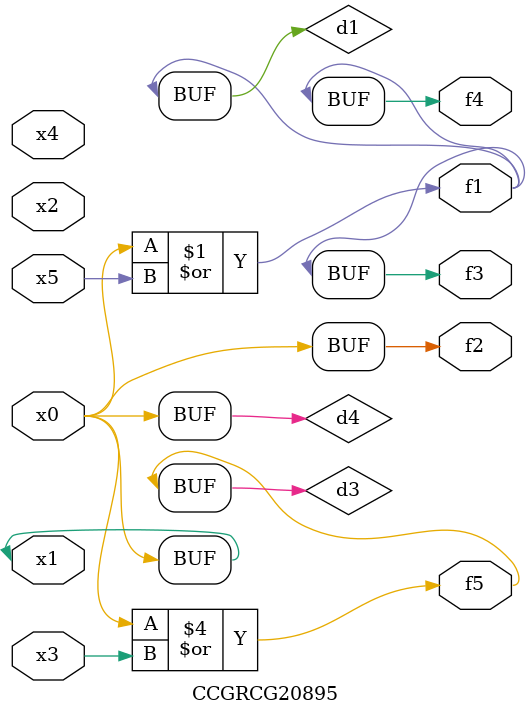
<source format=v>
module CCGRCG20895(
	input x0, x1, x2, x3, x4, x5,
	output f1, f2, f3, f4, f5
);

	wire d1, d2, d3, d4;

	or (d1, x0, x5);
	xnor (d2, x1, x4);
	or (d3, x0, x3);
	buf (d4, x0, x1);
	assign f1 = d1;
	assign f2 = d4;
	assign f3 = d1;
	assign f4 = d1;
	assign f5 = d3;
endmodule

</source>
